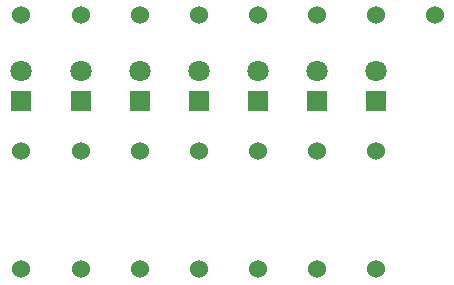
<source format=gbr>
%TF.GenerationSoftware,KiCad,Pcbnew,8.0.1-rc1*%
%TF.CreationDate,2024-04-16T23:15:51-05:00*%
%TF.ProjectId,Emotion LED,456d6f74-696f-46e2-904c-45442e6b6963,rev?*%
%TF.SameCoordinates,Original*%
%TF.FileFunction,Soldermask,Top*%
%TF.FilePolarity,Negative*%
%FSLAX46Y46*%
G04 Gerber Fmt 4.6, Leading zero omitted, Abs format (unit mm)*
G04 Created by KiCad (PCBNEW 8.0.1-rc1) date 2024-04-16 23:15:51*
%MOMM*%
%LPD*%
G01*
G04 APERTURE LIST*
%ADD10C,1.524000*%
%ADD11R,1.800000X1.800000*%
%ADD12C,1.800000*%
G04 APERTURE END LIST*
D10*
%TO.C,REF\u002A\u002A*%
X50000000Y-45000000D03*
X50000000Y-55000000D03*
%TD*%
D11*
%TO.C,REF\u002A\u002A*%
X70000000Y-40750000D03*
D12*
X70000000Y-38210000D03*
%TD*%
D10*
%TO.C,REF\u002A\u002A*%
X75000000Y-45000000D03*
X75000000Y-55000000D03*
%TD*%
%TO.C,REF\u002A\u002A*%
X65000000Y-45000000D03*
X65000000Y-55000000D03*
%TD*%
D11*
%TO.C,REF\u002A\u002A*%
X75000000Y-40750000D03*
D12*
X75000000Y-38210000D03*
%TD*%
D11*
%TO.C,REF\u002A\u002A*%
X50000000Y-40750000D03*
D12*
X50000000Y-38210000D03*
%TD*%
D10*
%TO.C,REF\u002A\u002A*%
X60000000Y-45000000D03*
X60000000Y-55000000D03*
%TD*%
%TO.C,*%
X85000000Y-33500000D03*
%TD*%
%TO.C,*%
X65000000Y-33500000D03*
%TD*%
%TO.C,*%
X60000000Y-33500000D03*
%TD*%
%TO.C,*%
X50000000Y-33500000D03*
%TD*%
D11*
%TO.C,REF\u002A\u002A*%
X60000000Y-40750000D03*
D12*
X60000000Y-38210000D03*
%TD*%
D10*
%TO.C,*%
X75000000Y-33500000D03*
%TD*%
%TO.C,*%
X70000000Y-33500000D03*
%TD*%
%TO.C,*%
X55000000Y-33500000D03*
%TD*%
D11*
%TO.C,REF\u002A\u002A*%
X80000000Y-40750000D03*
D12*
X80000000Y-38210000D03*
%TD*%
D11*
%TO.C,REF\u002A\u002A*%
X65000000Y-40750000D03*
D12*
X65000000Y-38210000D03*
%TD*%
D10*
%TO.C,*%
X80000000Y-33500000D03*
%TD*%
D11*
%TO.C,REF\u002A\u002A*%
X55000000Y-40750000D03*
D12*
X55000000Y-38210000D03*
%TD*%
D10*
%TO.C,REF\u002A\u002A*%
X70000000Y-45000000D03*
X70000000Y-55000000D03*
%TD*%
%TO.C,REF\u002A\u002A*%
X55000000Y-45000000D03*
X55000000Y-55000000D03*
%TD*%
%TO.C,REF\u002A\u002A*%
X80000000Y-45000000D03*
X80000000Y-55000000D03*
%TD*%
M02*

</source>
